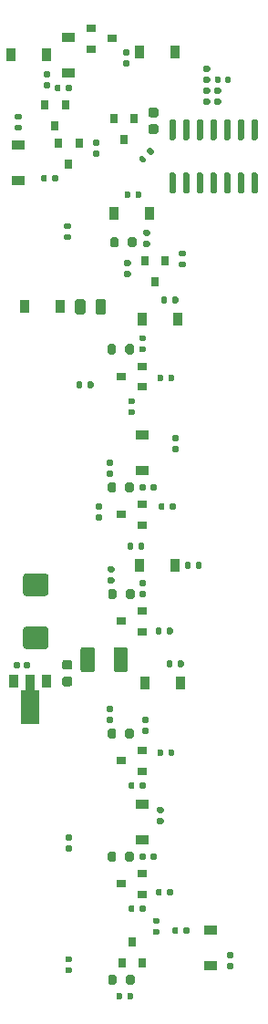
<source format=gtp>
G04 #@! TF.GenerationSoftware,KiCad,Pcbnew,(5.1.10)-1*
G04 #@! TF.CreationDate,2021-11-26T00:00:13+01:00*
G04 #@! TF.ProjectId,clockdiv,636c6f63-6b64-4697-962e-6b696361645f,rev?*
G04 #@! TF.SameCoordinates,Original*
G04 #@! TF.FileFunction,Paste,Top*
G04 #@! TF.FilePolarity,Positive*
%FSLAX46Y46*%
G04 Gerber Fmt 4.6, Leading zero omitted, Abs format (unit mm)*
G04 Created by KiCad (PCBNEW (5.1.10)-1) date 2021-11-26 00:00:13*
%MOMM*%
%LPD*%
G01*
G04 APERTURE LIST*
%ADD10R,1.200000X0.900000*%
%ADD11R,0.900000X1.200000*%
%ADD12C,0.100000*%
%ADD13R,0.900000X1.300000*%
%ADD14R,0.800000X0.900000*%
%ADD15R,0.900000X0.800000*%
G04 APERTURE END LIST*
G04 #@! TO.C,C3*
G36*
G01*
X109754000Y-136482000D02*
X109754000Y-136822000D01*
G75*
G02*
X109614000Y-136962000I-140000J0D01*
G01*
X109334000Y-136962000D01*
G75*
G02*
X109194000Y-136822000I0J140000D01*
G01*
X109194000Y-136482000D01*
G75*
G02*
X109334000Y-136342000I140000J0D01*
G01*
X109614000Y-136342000D01*
G75*
G02*
X109754000Y-136482000I0J-140000D01*
G01*
G37*
G36*
G01*
X110714000Y-136482000D02*
X110714000Y-136822000D01*
G75*
G02*
X110574000Y-136962000I-140000J0D01*
G01*
X110294000Y-136962000D01*
G75*
G02*
X110154000Y-136822000I0J140000D01*
G01*
X110154000Y-136482000D01*
G75*
G02*
X110294000Y-136342000I140000J0D01*
G01*
X110574000Y-136342000D01*
G75*
G02*
X110714000Y-136482000I0J-140000D01*
G01*
G37*
G04 #@! TD*
G04 #@! TO.C,C1*
G36*
G01*
X128823000Y-82466000D02*
X128823000Y-82126000D01*
G75*
G02*
X128963000Y-81986000I140000J0D01*
G01*
X129243000Y-81986000D01*
G75*
G02*
X129383000Y-82126000I0J-140000D01*
G01*
X129383000Y-82466000D01*
G75*
G02*
X129243000Y-82606000I-140000J0D01*
G01*
X128963000Y-82606000D01*
G75*
G02*
X128823000Y-82466000I0J140000D01*
G01*
G37*
G36*
G01*
X127863000Y-82466000D02*
X127863000Y-82126000D01*
G75*
G02*
X128003000Y-81986000I140000J0D01*
G01*
X128283000Y-81986000D01*
G75*
G02*
X128423000Y-82126000I0J-140000D01*
G01*
X128423000Y-82466000D01*
G75*
G02*
X128283000Y-82606000I-140000J0D01*
G01*
X128003000Y-82606000D01*
G75*
G02*
X127863000Y-82466000I0J140000D01*
G01*
G37*
G04 #@! TD*
G04 #@! TO.C,R52*
G36*
G01*
X119267000Y-167201000D02*
X119267000Y-167571000D01*
G75*
G02*
X119132000Y-167706000I-135000J0D01*
G01*
X118862000Y-167706000D01*
G75*
G02*
X118727000Y-167571000I0J135000D01*
G01*
X118727000Y-167201000D01*
G75*
G02*
X118862000Y-167066000I135000J0D01*
G01*
X119132000Y-167066000D01*
G75*
G02*
X119267000Y-167201000I0J-135000D01*
G01*
G37*
G36*
G01*
X120287000Y-167201000D02*
X120287000Y-167571000D01*
G75*
G02*
X120152000Y-167706000I-135000J0D01*
G01*
X119882000Y-167706000D01*
G75*
G02*
X119747000Y-167571000I0J135000D01*
G01*
X119747000Y-167201000D01*
G75*
G02*
X119882000Y-167066000I135000J0D01*
G01*
X120152000Y-167066000D01*
G75*
G02*
X120287000Y-167201000I0J-135000D01*
G01*
G37*
G04 #@! TD*
G04 #@! TO.C,R51*
G36*
G01*
X120890000Y-159443000D02*
X120890000Y-159073000D01*
G75*
G02*
X121025000Y-158938000I135000J0D01*
G01*
X121295000Y-158938000D01*
G75*
G02*
X121430000Y-159073000I0J-135000D01*
G01*
X121430000Y-159443000D01*
G75*
G02*
X121295000Y-159578000I-135000J0D01*
G01*
X121025000Y-159578000D01*
G75*
G02*
X120890000Y-159443000I0J135000D01*
G01*
G37*
G36*
G01*
X119870000Y-159443000D02*
X119870000Y-159073000D01*
G75*
G02*
X120005000Y-158938000I135000J0D01*
G01*
X120275000Y-158938000D01*
G75*
G02*
X120410000Y-159073000I0J-135000D01*
G01*
X120410000Y-159443000D01*
G75*
G02*
X120275000Y-159578000I-135000J0D01*
G01*
X120005000Y-159578000D01*
G75*
G02*
X119870000Y-159443000I0J135000D01*
G01*
G37*
G04 #@! TD*
G04 #@! TO.C,R50*
G36*
G01*
X120888000Y-148013000D02*
X120888000Y-147643000D01*
G75*
G02*
X121023000Y-147508000I135000J0D01*
G01*
X121293000Y-147508000D01*
G75*
G02*
X121428000Y-147643000I0J-135000D01*
G01*
X121428000Y-148013000D01*
G75*
G02*
X121293000Y-148148000I-135000J0D01*
G01*
X121023000Y-148148000D01*
G75*
G02*
X120888000Y-148013000I0J135000D01*
G01*
G37*
G36*
G01*
X119868000Y-148013000D02*
X119868000Y-147643000D01*
G75*
G02*
X120003000Y-147508000I135000J0D01*
G01*
X120273000Y-147508000D01*
G75*
G02*
X120408000Y-147643000I0J-135000D01*
G01*
X120408000Y-148013000D01*
G75*
G02*
X120273000Y-148148000I-135000J0D01*
G01*
X120003000Y-148148000D01*
G75*
G02*
X119868000Y-148013000I0J135000D01*
G01*
G37*
G04 #@! TD*
G04 #@! TO.C,R49*
G36*
G01*
X120763000Y-125788000D02*
X120763000Y-125418000D01*
G75*
G02*
X120898000Y-125283000I135000J0D01*
G01*
X121168000Y-125283000D01*
G75*
G02*
X121303000Y-125418000I0J-135000D01*
G01*
X121303000Y-125788000D01*
G75*
G02*
X121168000Y-125923000I-135000J0D01*
G01*
X120898000Y-125923000D01*
G75*
G02*
X120763000Y-125788000I0J135000D01*
G01*
G37*
G36*
G01*
X119743000Y-125788000D02*
X119743000Y-125418000D01*
G75*
G02*
X119878000Y-125283000I135000J0D01*
G01*
X120148000Y-125283000D01*
G75*
G02*
X120283000Y-125418000I0J-135000D01*
G01*
X120283000Y-125788000D01*
G75*
G02*
X120148000Y-125923000I-135000J0D01*
G01*
X119878000Y-125923000D01*
G75*
G02*
X119743000Y-125788000I0J135000D01*
G01*
G37*
G04 #@! TD*
G04 #@! TO.C,R48*
G36*
G01*
X119957000Y-112889000D02*
X120327000Y-112889000D01*
G75*
G02*
X120462000Y-113024000I0J-135000D01*
G01*
X120462000Y-113294000D01*
G75*
G02*
X120327000Y-113429000I-135000J0D01*
G01*
X119957000Y-113429000D01*
G75*
G02*
X119822000Y-113294000I0J135000D01*
G01*
X119822000Y-113024000D01*
G75*
G02*
X119957000Y-112889000I135000J0D01*
G01*
G37*
G36*
G01*
X119957000Y-111869000D02*
X120327000Y-111869000D01*
G75*
G02*
X120462000Y-112004000I0J-135000D01*
G01*
X120462000Y-112274000D01*
G75*
G02*
X120327000Y-112409000I-135000J0D01*
G01*
X119957000Y-112409000D01*
G75*
G02*
X119822000Y-112274000I0J135000D01*
G01*
X119822000Y-112004000D01*
G75*
G02*
X119957000Y-111869000I135000J0D01*
G01*
G37*
G04 #@! TD*
G04 #@! TO.C,R47*
G36*
G01*
X116909000Y-122670000D02*
X117279000Y-122670000D01*
G75*
G02*
X117414000Y-122805000I0J-135000D01*
G01*
X117414000Y-123075000D01*
G75*
G02*
X117279000Y-123210000I-135000J0D01*
G01*
X116909000Y-123210000D01*
G75*
G02*
X116774000Y-123075000I0J135000D01*
G01*
X116774000Y-122805000D01*
G75*
G02*
X116909000Y-122670000I135000J0D01*
G01*
G37*
G36*
G01*
X116909000Y-121650000D02*
X117279000Y-121650000D01*
G75*
G02*
X117414000Y-121785000I0J-135000D01*
G01*
X117414000Y-122055000D01*
G75*
G02*
X117279000Y-122190000I-135000J0D01*
G01*
X116909000Y-122190000D01*
G75*
G02*
X116774000Y-122055000I0J135000D01*
G01*
X116774000Y-121785000D01*
G75*
G02*
X116909000Y-121650000I135000J0D01*
G01*
G37*
G04 #@! TD*
G04 #@! TO.C,R46*
G36*
G01*
X119576000Y-100062000D02*
X119946000Y-100062000D01*
G75*
G02*
X120081000Y-100197000I0J-135000D01*
G01*
X120081000Y-100467000D01*
G75*
G02*
X119946000Y-100602000I-135000J0D01*
G01*
X119576000Y-100602000D01*
G75*
G02*
X119441000Y-100467000I0J135000D01*
G01*
X119441000Y-100197000D01*
G75*
G02*
X119576000Y-100062000I135000J0D01*
G01*
G37*
G36*
G01*
X119576000Y-99042000D02*
X119946000Y-99042000D01*
G75*
G02*
X120081000Y-99177000I0J-135000D01*
G01*
X120081000Y-99447000D01*
G75*
G02*
X119946000Y-99582000I-135000J0D01*
G01*
X119576000Y-99582000D01*
G75*
G02*
X119441000Y-99447000I0J135000D01*
G01*
X119441000Y-99177000D01*
G75*
G02*
X119576000Y-99042000I135000J0D01*
G01*
G37*
G04 #@! TD*
G04 #@! TO.C,R45*
G36*
G01*
X114115000Y-164705000D02*
X114485000Y-164705000D01*
G75*
G02*
X114620000Y-164840000I0J-135000D01*
G01*
X114620000Y-165110000D01*
G75*
G02*
X114485000Y-165245000I-135000J0D01*
G01*
X114115000Y-165245000D01*
G75*
G02*
X113980000Y-165110000I0J135000D01*
G01*
X113980000Y-164840000D01*
G75*
G02*
X114115000Y-164705000I135000J0D01*
G01*
G37*
G36*
G01*
X114115000Y-163685000D02*
X114485000Y-163685000D01*
G75*
G02*
X114620000Y-163820000I0J-135000D01*
G01*
X114620000Y-164090000D01*
G75*
G02*
X114485000Y-164225000I-135000J0D01*
G01*
X114115000Y-164225000D01*
G75*
G02*
X113980000Y-164090000I0J135000D01*
G01*
X113980000Y-163820000D01*
G75*
G02*
X114115000Y-163685000I135000J0D01*
G01*
G37*
G04 #@! TD*
G04 #@! TO.C,R44*
G36*
G01*
X129471000Y-163844000D02*
X129101000Y-163844000D01*
G75*
G02*
X128966000Y-163709000I0J135000D01*
G01*
X128966000Y-163439000D01*
G75*
G02*
X129101000Y-163304000I135000J0D01*
G01*
X129471000Y-163304000D01*
G75*
G02*
X129606000Y-163439000I0J-135000D01*
G01*
X129606000Y-163709000D01*
G75*
G02*
X129471000Y-163844000I-135000J0D01*
G01*
G37*
G36*
G01*
X129471000Y-164864000D02*
X129101000Y-164864000D01*
G75*
G02*
X128966000Y-164729000I0J135000D01*
G01*
X128966000Y-164459000D01*
G75*
G02*
X129101000Y-164324000I135000J0D01*
G01*
X129471000Y-164324000D01*
G75*
G02*
X129606000Y-164459000I0J-135000D01*
G01*
X129606000Y-164729000D01*
G75*
G02*
X129471000Y-164864000I-135000J0D01*
G01*
G37*
G04 #@! TD*
G04 #@! TO.C,R43*
G36*
G01*
X114115000Y-153402000D02*
X114485000Y-153402000D01*
G75*
G02*
X114620000Y-153537000I0J-135000D01*
G01*
X114620000Y-153807000D01*
G75*
G02*
X114485000Y-153942000I-135000J0D01*
G01*
X114115000Y-153942000D01*
G75*
G02*
X113980000Y-153807000I0J135000D01*
G01*
X113980000Y-153537000D01*
G75*
G02*
X114115000Y-153402000I135000J0D01*
G01*
G37*
G36*
G01*
X114115000Y-152382000D02*
X114485000Y-152382000D01*
G75*
G02*
X114620000Y-152517000I0J-135000D01*
G01*
X114620000Y-152787000D01*
G75*
G02*
X114485000Y-152922000I-135000J0D01*
G01*
X114115000Y-152922000D01*
G75*
G02*
X113980000Y-152787000I0J135000D01*
G01*
X113980000Y-152517000D01*
G75*
G02*
X114115000Y-152382000I135000J0D01*
G01*
G37*
G04 #@! TD*
G04 #@! TO.C,R42*
G36*
G01*
X122994000Y-150380000D02*
X122624000Y-150380000D01*
G75*
G02*
X122489000Y-150245000I0J135000D01*
G01*
X122489000Y-149975000D01*
G75*
G02*
X122624000Y-149840000I135000J0D01*
G01*
X122994000Y-149840000D01*
G75*
G02*
X123129000Y-149975000I0J-135000D01*
G01*
X123129000Y-150245000D01*
G75*
G02*
X122994000Y-150380000I-135000J0D01*
G01*
G37*
G36*
G01*
X122994000Y-151400000D02*
X122624000Y-151400000D01*
G75*
G02*
X122489000Y-151265000I0J135000D01*
G01*
X122489000Y-150995000D01*
G75*
G02*
X122624000Y-150860000I135000J0D01*
G01*
X122994000Y-150860000D01*
G75*
G02*
X123129000Y-150995000I0J-135000D01*
G01*
X123129000Y-151265000D01*
G75*
G02*
X122994000Y-151400000I-135000J0D01*
G01*
G37*
G04 #@! TD*
G04 #@! TO.C,R41*
G36*
G01*
X117925000Y-141464000D02*
X118295000Y-141464000D01*
G75*
G02*
X118430000Y-141599000I0J-135000D01*
G01*
X118430000Y-141869000D01*
G75*
G02*
X118295000Y-142004000I-135000J0D01*
G01*
X117925000Y-142004000D01*
G75*
G02*
X117790000Y-141869000I0J135000D01*
G01*
X117790000Y-141599000D01*
G75*
G02*
X117925000Y-141464000I135000J0D01*
G01*
G37*
G36*
G01*
X117925000Y-140444000D02*
X118295000Y-140444000D01*
G75*
G02*
X118430000Y-140579000I0J-135000D01*
G01*
X118430000Y-140849000D01*
G75*
G02*
X118295000Y-140984000I-135000J0D01*
G01*
X117925000Y-140984000D01*
G75*
G02*
X117790000Y-140849000I0J135000D01*
G01*
X117790000Y-140579000D01*
G75*
G02*
X117925000Y-140444000I135000J0D01*
G01*
G37*
G04 #@! TD*
G04 #@! TO.C,R40*
G36*
G01*
X123966000Y-136340000D02*
X123966000Y-136710000D01*
G75*
G02*
X123831000Y-136845000I-135000J0D01*
G01*
X123561000Y-136845000D01*
G75*
G02*
X123426000Y-136710000I0J135000D01*
G01*
X123426000Y-136340000D01*
G75*
G02*
X123561000Y-136205000I135000J0D01*
G01*
X123831000Y-136205000D01*
G75*
G02*
X123966000Y-136340000I0J-135000D01*
G01*
G37*
G36*
G01*
X124986000Y-136340000D02*
X124986000Y-136710000D01*
G75*
G02*
X124851000Y-136845000I-135000J0D01*
G01*
X124581000Y-136845000D01*
G75*
G02*
X124446000Y-136710000I0J135000D01*
G01*
X124446000Y-136340000D01*
G75*
G02*
X124581000Y-136205000I135000J0D01*
G01*
X124851000Y-136205000D01*
G75*
G02*
X124986000Y-136340000I0J-135000D01*
G01*
G37*
G04 #@! TD*
G04 #@! TO.C,R39*
G36*
G01*
X118052000Y-128508000D02*
X118422000Y-128508000D01*
G75*
G02*
X118557000Y-128643000I0J-135000D01*
G01*
X118557000Y-128913000D01*
G75*
G02*
X118422000Y-129048000I-135000J0D01*
G01*
X118052000Y-129048000D01*
G75*
G02*
X117917000Y-128913000I0J135000D01*
G01*
X117917000Y-128643000D01*
G75*
G02*
X118052000Y-128508000I135000J0D01*
G01*
G37*
G36*
G01*
X118052000Y-127488000D02*
X118422000Y-127488000D01*
G75*
G02*
X118557000Y-127623000I0J-135000D01*
G01*
X118557000Y-127893000D01*
G75*
G02*
X118422000Y-128028000I-135000J0D01*
G01*
X118052000Y-128028000D01*
G75*
G02*
X117917000Y-127893000I0J135000D01*
G01*
X117917000Y-127623000D01*
G75*
G02*
X118052000Y-127488000I135000J0D01*
G01*
G37*
G04 #@! TD*
G04 #@! TO.C,R38*
G36*
G01*
X126097000Y-127566000D02*
X126097000Y-127196000D01*
G75*
G02*
X126232000Y-127061000I135000J0D01*
G01*
X126502000Y-127061000D01*
G75*
G02*
X126637000Y-127196000I0J-135000D01*
G01*
X126637000Y-127566000D01*
G75*
G02*
X126502000Y-127701000I-135000J0D01*
G01*
X126232000Y-127701000D01*
G75*
G02*
X126097000Y-127566000I0J135000D01*
G01*
G37*
G36*
G01*
X125077000Y-127566000D02*
X125077000Y-127196000D01*
G75*
G02*
X125212000Y-127061000I135000J0D01*
G01*
X125482000Y-127061000D01*
G75*
G02*
X125617000Y-127196000I0J-135000D01*
G01*
X125617000Y-127566000D01*
G75*
G02*
X125482000Y-127701000I-135000J0D01*
G01*
X125212000Y-127701000D01*
G75*
G02*
X125077000Y-127566000I0J135000D01*
G01*
G37*
G04 #@! TD*
G04 #@! TO.C,R37*
G36*
G01*
X116064000Y-110802000D02*
X116064000Y-110432000D01*
G75*
G02*
X116199000Y-110297000I135000J0D01*
G01*
X116469000Y-110297000D01*
G75*
G02*
X116604000Y-110432000I0J-135000D01*
G01*
X116604000Y-110802000D01*
G75*
G02*
X116469000Y-110937000I-135000J0D01*
G01*
X116199000Y-110937000D01*
G75*
G02*
X116064000Y-110802000I0J135000D01*
G01*
G37*
G36*
G01*
X115044000Y-110802000D02*
X115044000Y-110432000D01*
G75*
G02*
X115179000Y-110297000I135000J0D01*
G01*
X115449000Y-110297000D01*
G75*
G02*
X115584000Y-110432000I0J-135000D01*
G01*
X115584000Y-110802000D01*
G75*
G02*
X115449000Y-110937000I-135000J0D01*
G01*
X115179000Y-110937000D01*
G75*
G02*
X115044000Y-110802000I0J135000D01*
G01*
G37*
G04 #@! TD*
G04 #@! TO.C,R36*
G36*
G01*
X123456000Y-102558000D02*
X123456000Y-102928000D01*
G75*
G02*
X123321000Y-103063000I-135000J0D01*
G01*
X123051000Y-103063000D01*
G75*
G02*
X122916000Y-102928000I0J135000D01*
G01*
X122916000Y-102558000D01*
G75*
G02*
X123051000Y-102423000I135000J0D01*
G01*
X123321000Y-102423000D01*
G75*
G02*
X123456000Y-102558000I0J-135000D01*
G01*
G37*
G36*
G01*
X124476000Y-102558000D02*
X124476000Y-102928000D01*
G75*
G02*
X124341000Y-103063000I-135000J0D01*
G01*
X124071000Y-103063000D01*
G75*
G02*
X123936000Y-102928000I0J135000D01*
G01*
X123936000Y-102558000D01*
G75*
G02*
X124071000Y-102423000I135000J0D01*
G01*
X124341000Y-102423000D01*
G75*
G02*
X124476000Y-102558000I0J-135000D01*
G01*
G37*
G04 #@! TD*
G04 #@! TO.C,R35*
G36*
G01*
X117925000Y-118602000D02*
X118295000Y-118602000D01*
G75*
G02*
X118430000Y-118737000I0J-135000D01*
G01*
X118430000Y-119007000D01*
G75*
G02*
X118295000Y-119142000I-135000J0D01*
G01*
X117925000Y-119142000D01*
G75*
G02*
X117790000Y-119007000I0J135000D01*
G01*
X117790000Y-118737000D01*
G75*
G02*
X117925000Y-118602000I135000J0D01*
G01*
G37*
G36*
G01*
X117925000Y-117582000D02*
X118295000Y-117582000D01*
G75*
G02*
X118430000Y-117717000I0J-135000D01*
G01*
X118430000Y-117987000D01*
G75*
G02*
X118295000Y-118122000I-135000J0D01*
G01*
X117925000Y-118122000D01*
G75*
G02*
X117790000Y-117987000I0J135000D01*
G01*
X117790000Y-117717000D01*
G75*
G02*
X117925000Y-117582000I135000J0D01*
G01*
G37*
G04 #@! TD*
G04 #@! TO.C,R34*
G36*
G01*
X124391000Y-115836000D02*
X124021000Y-115836000D01*
G75*
G02*
X123886000Y-115701000I0J135000D01*
G01*
X123886000Y-115431000D01*
G75*
G02*
X124021000Y-115296000I135000J0D01*
G01*
X124391000Y-115296000D01*
G75*
G02*
X124526000Y-115431000I0J-135000D01*
G01*
X124526000Y-115701000D01*
G75*
G02*
X124391000Y-115836000I-135000J0D01*
G01*
G37*
G36*
G01*
X124391000Y-116856000D02*
X124021000Y-116856000D01*
G75*
G02*
X123886000Y-116721000I0J135000D01*
G01*
X123886000Y-116451000D01*
G75*
G02*
X124021000Y-116316000I135000J0D01*
G01*
X124391000Y-116316000D01*
G75*
G02*
X124526000Y-116451000I0J-135000D01*
G01*
X124526000Y-116721000D01*
G75*
G02*
X124391000Y-116856000I-135000J0D01*
G01*
G37*
G04 #@! TD*
G04 #@! TO.C,R33*
G36*
G01*
X113988000Y-95613000D02*
X114358000Y-95613000D01*
G75*
G02*
X114493000Y-95748000I0J-135000D01*
G01*
X114493000Y-96018000D01*
G75*
G02*
X114358000Y-96153000I-135000J0D01*
G01*
X113988000Y-96153000D01*
G75*
G02*
X113853000Y-96018000I0J135000D01*
G01*
X113853000Y-95748000D01*
G75*
G02*
X113988000Y-95613000I135000J0D01*
G01*
G37*
G36*
G01*
X113988000Y-96633000D02*
X114358000Y-96633000D01*
G75*
G02*
X114493000Y-96768000I0J-135000D01*
G01*
X114493000Y-97038000D01*
G75*
G02*
X114358000Y-97173000I-135000J0D01*
G01*
X113988000Y-97173000D01*
G75*
G02*
X113853000Y-97038000I0J135000D01*
G01*
X113853000Y-96768000D01*
G75*
G02*
X113988000Y-96633000I135000J0D01*
G01*
G37*
G04 #@! TD*
G04 #@! TO.C,R32*
G36*
G01*
X120027000Y-92779000D02*
X120027000Y-93149000D01*
G75*
G02*
X119892000Y-93284000I-135000J0D01*
G01*
X119622000Y-93284000D01*
G75*
G02*
X119487000Y-93149000I0J135000D01*
G01*
X119487000Y-92779000D01*
G75*
G02*
X119622000Y-92644000I135000J0D01*
G01*
X119892000Y-92644000D01*
G75*
G02*
X120027000Y-92779000I0J-135000D01*
G01*
G37*
G36*
G01*
X121047000Y-92779000D02*
X121047000Y-93149000D01*
G75*
G02*
X120912000Y-93284000I-135000J0D01*
G01*
X120642000Y-93284000D01*
G75*
G02*
X120507000Y-93149000I0J135000D01*
G01*
X120507000Y-92779000D01*
G75*
G02*
X120642000Y-92644000I135000J0D01*
G01*
X120912000Y-92644000D01*
G75*
G02*
X121047000Y-92779000I0J-135000D01*
G01*
G37*
G04 #@! TD*
D10*
G04 #@! TO.C,D19*
X127508000Y-161291000D03*
X127508000Y-164591000D03*
G04 #@! TD*
G04 #@! TO.C,D18*
X121158000Y-152907000D03*
X121158000Y-149607000D03*
G04 #@! TD*
D11*
G04 #@! TO.C,D17*
X121412000Y-138303000D03*
X124712000Y-138303000D03*
G04 #@! TD*
G04 #@! TO.C,D16*
X120905000Y-127381000D03*
X124205000Y-127381000D03*
G04 #@! TD*
G04 #@! TO.C,D15*
X121158000Y-104521000D03*
X124458000Y-104521000D03*
G04 #@! TD*
D10*
G04 #@! TO.C,D14*
X121158000Y-118618000D03*
X121158000Y-115318000D03*
G04 #@! TD*
D11*
G04 #@! TO.C,D13*
X118492000Y-94742000D03*
X121792000Y-94742000D03*
G04 #@! TD*
D12*
G04 #@! TO.C,U2*
G36*
X109853500Y-142126000D02*
G01*
X109853500Y-139001000D01*
X110270000Y-139001000D01*
X110270000Y-137526000D01*
X111170000Y-137526000D01*
X111170000Y-139001000D01*
X111586500Y-139001000D01*
X111586500Y-142126000D01*
X109853500Y-142126000D01*
G37*
D13*
X109220000Y-138176000D03*
X112220000Y-138176000D03*
G04 #@! TD*
G04 #@! TO.C,C7*
G36*
G01*
X113923000Y-137726000D02*
X114423000Y-137726000D01*
G75*
G02*
X114648000Y-137951000I0J-225000D01*
G01*
X114648000Y-138401000D01*
G75*
G02*
X114423000Y-138626000I-225000J0D01*
G01*
X113923000Y-138626000D01*
G75*
G02*
X113698000Y-138401000I0J225000D01*
G01*
X113698000Y-137951000D01*
G75*
G02*
X113923000Y-137726000I225000J0D01*
G01*
G37*
G36*
G01*
X113923000Y-136176000D02*
X114423000Y-136176000D01*
G75*
G02*
X114648000Y-136401000I0J-225000D01*
G01*
X114648000Y-136851000D01*
G75*
G02*
X114423000Y-137076000I-225000J0D01*
G01*
X113923000Y-137076000D01*
G75*
G02*
X113698000Y-136851000I0J225000D01*
G01*
X113698000Y-136401000D01*
G75*
G02*
X113923000Y-136176000I225000J0D01*
G01*
G37*
G04 #@! TD*
G04 #@! TO.C,R22*
G36*
G01*
X122950000Y-133292000D02*
X122950000Y-133662000D01*
G75*
G02*
X122815000Y-133797000I-135000J0D01*
G01*
X122545000Y-133797000D01*
G75*
G02*
X122410000Y-133662000I0J135000D01*
G01*
X122410000Y-133292000D01*
G75*
G02*
X122545000Y-133157000I135000J0D01*
G01*
X122815000Y-133157000D01*
G75*
G02*
X122950000Y-133292000I0J-135000D01*
G01*
G37*
G36*
G01*
X123970000Y-133292000D02*
X123970000Y-133662000D01*
G75*
G02*
X123835000Y-133797000I-135000J0D01*
G01*
X123565000Y-133797000D01*
G75*
G02*
X123430000Y-133662000I0J135000D01*
G01*
X123430000Y-133292000D01*
G75*
G02*
X123565000Y-133157000I135000J0D01*
G01*
X123835000Y-133157000D01*
G75*
G02*
X123970000Y-133292000I0J-135000D01*
G01*
G37*
G04 #@! TD*
G04 #@! TO.C,R31*
G36*
G01*
X118764000Y-165587000D02*
X118764000Y-166137000D01*
G75*
G02*
X118564000Y-166337000I-200000J0D01*
G01*
X118164000Y-166337000D01*
G75*
G02*
X117964000Y-166137000I0J200000D01*
G01*
X117964000Y-165587000D01*
G75*
G02*
X118164000Y-165387000I200000J0D01*
G01*
X118564000Y-165387000D01*
G75*
G02*
X118764000Y-165587000I0J-200000D01*
G01*
G37*
G36*
G01*
X120414000Y-165587000D02*
X120414000Y-166137000D01*
G75*
G02*
X120214000Y-166337000I-200000J0D01*
G01*
X119814000Y-166337000D01*
G75*
G02*
X119614000Y-166137000I0J200000D01*
G01*
X119614000Y-165587000D01*
G75*
G02*
X119814000Y-165387000I200000J0D01*
G01*
X120214000Y-165387000D01*
G75*
G02*
X120414000Y-165587000I0J-200000D01*
G01*
G37*
G04 #@! TD*
G04 #@! TO.C,R30*
G36*
G01*
X118701000Y-154157000D02*
X118701000Y-154707000D01*
G75*
G02*
X118501000Y-154907000I-200000J0D01*
G01*
X118101000Y-154907000D01*
G75*
G02*
X117901000Y-154707000I0J200000D01*
G01*
X117901000Y-154157000D01*
G75*
G02*
X118101000Y-153957000I200000J0D01*
G01*
X118501000Y-153957000D01*
G75*
G02*
X118701000Y-154157000I0J-200000D01*
G01*
G37*
G36*
G01*
X120351000Y-154157000D02*
X120351000Y-154707000D01*
G75*
G02*
X120151000Y-154907000I-200000J0D01*
G01*
X119751000Y-154907000D01*
G75*
G02*
X119551000Y-154707000I0J200000D01*
G01*
X119551000Y-154157000D01*
G75*
G02*
X119751000Y-153957000I200000J0D01*
G01*
X120151000Y-153957000D01*
G75*
G02*
X120351000Y-154157000I0J-200000D01*
G01*
G37*
G04 #@! TD*
G04 #@! TO.C,R27*
G36*
G01*
X118701000Y-142727000D02*
X118701000Y-143277000D01*
G75*
G02*
X118501000Y-143477000I-200000J0D01*
G01*
X118101000Y-143477000D01*
G75*
G02*
X117901000Y-143277000I0J200000D01*
G01*
X117901000Y-142727000D01*
G75*
G02*
X118101000Y-142527000I200000J0D01*
G01*
X118501000Y-142527000D01*
G75*
G02*
X118701000Y-142727000I0J-200000D01*
G01*
G37*
G36*
G01*
X120351000Y-142727000D02*
X120351000Y-143277000D01*
G75*
G02*
X120151000Y-143477000I-200000J0D01*
G01*
X119751000Y-143477000D01*
G75*
G02*
X119551000Y-143277000I0J200000D01*
G01*
X119551000Y-142727000D01*
G75*
G02*
X119751000Y-142527000I200000J0D01*
G01*
X120151000Y-142527000D01*
G75*
G02*
X120351000Y-142727000I0J-200000D01*
G01*
G37*
G04 #@! TD*
G04 #@! TO.C,R24*
G36*
G01*
X118764000Y-129773000D02*
X118764000Y-130323000D01*
G75*
G02*
X118564000Y-130523000I-200000J0D01*
G01*
X118164000Y-130523000D01*
G75*
G02*
X117964000Y-130323000I0J200000D01*
G01*
X117964000Y-129773000D01*
G75*
G02*
X118164000Y-129573000I200000J0D01*
G01*
X118564000Y-129573000D01*
G75*
G02*
X118764000Y-129773000I0J-200000D01*
G01*
G37*
G36*
G01*
X120414000Y-129773000D02*
X120414000Y-130323000D01*
G75*
G02*
X120214000Y-130523000I-200000J0D01*
G01*
X119814000Y-130523000D01*
G75*
G02*
X119614000Y-130323000I0J200000D01*
G01*
X119614000Y-129773000D01*
G75*
G02*
X119814000Y-129573000I200000J0D01*
G01*
X120214000Y-129573000D01*
G75*
G02*
X120414000Y-129773000I0J-200000D01*
G01*
G37*
G04 #@! TD*
G04 #@! TO.C,R21*
G36*
G01*
X118701000Y-107040000D02*
X118701000Y-107590000D01*
G75*
G02*
X118501000Y-107790000I-200000J0D01*
G01*
X118101000Y-107790000D01*
G75*
G02*
X117901000Y-107590000I0J200000D01*
G01*
X117901000Y-107040000D01*
G75*
G02*
X118101000Y-106840000I200000J0D01*
G01*
X118501000Y-106840000D01*
G75*
G02*
X118701000Y-107040000I0J-200000D01*
G01*
G37*
G36*
G01*
X120351000Y-107040000D02*
X120351000Y-107590000D01*
G75*
G02*
X120151000Y-107790000I-200000J0D01*
G01*
X119751000Y-107790000D01*
G75*
G02*
X119551000Y-107590000I0J200000D01*
G01*
X119551000Y-107040000D01*
G75*
G02*
X119751000Y-106840000I200000J0D01*
G01*
X120151000Y-106840000D01*
G75*
G02*
X120351000Y-107040000I0J-200000D01*
G01*
G37*
G04 #@! TD*
G04 #@! TO.C,R18*
G36*
G01*
X118701000Y-119867000D02*
X118701000Y-120417000D01*
G75*
G02*
X118501000Y-120617000I-200000J0D01*
G01*
X118101000Y-120617000D01*
G75*
G02*
X117901000Y-120417000I0J200000D01*
G01*
X117901000Y-119867000D01*
G75*
G02*
X118101000Y-119667000I200000J0D01*
G01*
X118501000Y-119667000D01*
G75*
G02*
X118701000Y-119867000I0J-200000D01*
G01*
G37*
G36*
G01*
X120351000Y-119867000D02*
X120351000Y-120417000D01*
G75*
G02*
X120151000Y-120617000I-200000J0D01*
G01*
X119751000Y-120617000D01*
G75*
G02*
X119551000Y-120417000I0J200000D01*
G01*
X119551000Y-119867000D01*
G75*
G02*
X119751000Y-119667000I200000J0D01*
G01*
X120151000Y-119667000D01*
G75*
G02*
X120351000Y-119867000I0J-200000D01*
G01*
G37*
G04 #@! TD*
G04 #@! TO.C,R15*
G36*
G01*
X118942800Y-97108600D02*
X118942800Y-97658600D01*
G75*
G02*
X118742800Y-97858600I-200000J0D01*
G01*
X118342800Y-97858600D01*
G75*
G02*
X118142800Y-97658600I0J200000D01*
G01*
X118142800Y-97108600D01*
G75*
G02*
X118342800Y-96908600I200000J0D01*
G01*
X118742800Y-96908600D01*
G75*
G02*
X118942800Y-97108600I0J-200000D01*
G01*
G37*
G36*
G01*
X120592800Y-97108600D02*
X120592800Y-97658600D01*
G75*
G02*
X120392800Y-97858600I-200000J0D01*
G01*
X119992800Y-97858600D01*
G75*
G02*
X119792800Y-97658600I0J200000D01*
G01*
X119792800Y-97108600D01*
G75*
G02*
X119992800Y-96908600I200000J0D01*
G01*
X120392800Y-96908600D01*
G75*
G02*
X120592800Y-97108600I0J-200000D01*
G01*
G37*
G04 #@! TD*
G04 #@! TO.C,R8*
G36*
G01*
X121218104Y-89340267D02*
X121479733Y-89601896D01*
G75*
G02*
X121479733Y-89792814I-95459J-95459D01*
G01*
X121288814Y-89983733D01*
G75*
G02*
X121097896Y-89983733I-95459J95459D01*
G01*
X120836267Y-89722104D01*
G75*
G02*
X120836267Y-89531186I95459J95459D01*
G01*
X121027186Y-89340267D01*
G75*
G02*
X121218104Y-89340267I95459J-95459D01*
G01*
G37*
G36*
G01*
X121939352Y-88619019D02*
X122200981Y-88880648D01*
G75*
G02*
X122200981Y-89071566I-95459J-95459D01*
G01*
X122010062Y-89262485D01*
G75*
G02*
X121819144Y-89262485I-95459J95459D01*
G01*
X121557515Y-89000856D01*
G75*
G02*
X121557515Y-88809938I95459J95459D01*
G01*
X121748434Y-88619019D01*
G75*
G02*
X121939352Y-88619019I95459J-95459D01*
G01*
G37*
G04 #@! TD*
G04 #@! TO.C,C6*
G36*
G01*
X116727000Y-135218997D02*
X116727000Y-137069003D01*
G75*
G02*
X116477003Y-137319000I-249997J0D01*
G01*
X115651997Y-137319000D01*
G75*
G02*
X115402000Y-137069003I0J249997D01*
G01*
X115402000Y-135218997D01*
G75*
G02*
X115651997Y-134969000I249997J0D01*
G01*
X116477003Y-134969000D01*
G75*
G02*
X116727000Y-135218997I0J-249997D01*
G01*
G37*
G36*
G01*
X119802000Y-135218997D02*
X119802000Y-137069003D01*
G75*
G02*
X119552003Y-137319000I-249997J0D01*
G01*
X118726997Y-137319000D01*
G75*
G02*
X118477000Y-137069003I0J249997D01*
G01*
X118477000Y-135218997D01*
G75*
G02*
X118726997Y-134969000I249997J0D01*
G01*
X119552003Y-134969000D01*
G75*
G02*
X119802000Y-135218997I0J-249997D01*
G01*
G37*
G04 #@! TD*
G04 #@! TO.C,C5*
G36*
G01*
X112177000Y-130224500D02*
X110327000Y-130224500D01*
G75*
G02*
X110077000Y-129974500I0J250000D01*
G01*
X110077000Y-128399500D01*
G75*
G02*
X110327000Y-128149500I250000J0D01*
G01*
X112177000Y-128149500D01*
G75*
G02*
X112427000Y-128399500I0J-250000D01*
G01*
X112427000Y-129974500D01*
G75*
G02*
X112177000Y-130224500I-250000J0D01*
G01*
G37*
G36*
G01*
X112177000Y-135149500D02*
X110327000Y-135149500D01*
G75*
G02*
X110077000Y-134899500I0J250000D01*
G01*
X110077000Y-133324500D01*
G75*
G02*
X110327000Y-133074500I250000J0D01*
G01*
X112177000Y-133074500D01*
G75*
G02*
X112427000Y-133324500I0J-250000D01*
G01*
X112427000Y-134899500D01*
G75*
G02*
X112177000Y-135149500I-250000J0D01*
G01*
G37*
G04 #@! TD*
G04 #@! TO.C,R12*
G36*
G01*
X124954000Y-161475000D02*
X124954000Y-161105000D01*
G75*
G02*
X125089000Y-160970000I135000J0D01*
G01*
X125359000Y-160970000D01*
G75*
G02*
X125494000Y-161105000I0J-135000D01*
G01*
X125494000Y-161475000D01*
G75*
G02*
X125359000Y-161610000I-135000J0D01*
G01*
X125089000Y-161610000D01*
G75*
G02*
X124954000Y-161475000I0J135000D01*
G01*
G37*
G36*
G01*
X123934000Y-161475000D02*
X123934000Y-161105000D01*
G75*
G02*
X124069000Y-160970000I135000J0D01*
G01*
X124339000Y-160970000D01*
G75*
G02*
X124474000Y-161105000I0J-135000D01*
G01*
X124474000Y-161475000D01*
G75*
G02*
X124339000Y-161610000I-135000J0D01*
G01*
X124069000Y-161610000D01*
G75*
G02*
X123934000Y-161475000I0J135000D01*
G01*
G37*
G04 #@! TD*
G04 #@! TO.C,R10*
G36*
G01*
X122243000Y-161147000D02*
X122613000Y-161147000D01*
G75*
G02*
X122748000Y-161282000I0J-135000D01*
G01*
X122748000Y-161552000D01*
G75*
G02*
X122613000Y-161687000I-135000J0D01*
G01*
X122243000Y-161687000D01*
G75*
G02*
X122108000Y-161552000I0J135000D01*
G01*
X122108000Y-161282000D01*
G75*
G02*
X122243000Y-161147000I135000J0D01*
G01*
G37*
G36*
G01*
X122243000Y-160127000D02*
X122613000Y-160127000D01*
G75*
G02*
X122748000Y-160262000I0J-135000D01*
G01*
X122748000Y-160532000D01*
G75*
G02*
X122613000Y-160667000I-135000J0D01*
G01*
X122243000Y-160667000D01*
G75*
G02*
X122108000Y-160532000I0J135000D01*
G01*
X122108000Y-160262000D01*
G75*
G02*
X122243000Y-160127000I135000J0D01*
G01*
G37*
G04 #@! TD*
D14*
G04 #@! TO.C,Q5*
X120208000Y-162322000D03*
X121158000Y-164322000D03*
X119258000Y-164322000D03*
G04 #@! TD*
G04 #@! TO.C,U1*
G36*
G01*
X124102000Y-87908000D02*
X123802000Y-87908000D01*
G75*
G02*
X123652000Y-87758000I0J150000D01*
G01*
X123652000Y-86108000D01*
G75*
G02*
X123802000Y-85958000I150000J0D01*
G01*
X124102000Y-85958000D01*
G75*
G02*
X124252000Y-86108000I0J-150000D01*
G01*
X124252000Y-87758000D01*
G75*
G02*
X124102000Y-87908000I-150000J0D01*
G01*
G37*
G36*
G01*
X125372000Y-87908000D02*
X125072000Y-87908000D01*
G75*
G02*
X124922000Y-87758000I0J150000D01*
G01*
X124922000Y-86108000D01*
G75*
G02*
X125072000Y-85958000I150000J0D01*
G01*
X125372000Y-85958000D01*
G75*
G02*
X125522000Y-86108000I0J-150000D01*
G01*
X125522000Y-87758000D01*
G75*
G02*
X125372000Y-87908000I-150000J0D01*
G01*
G37*
G36*
G01*
X126642000Y-87908000D02*
X126342000Y-87908000D01*
G75*
G02*
X126192000Y-87758000I0J150000D01*
G01*
X126192000Y-86108000D01*
G75*
G02*
X126342000Y-85958000I150000J0D01*
G01*
X126642000Y-85958000D01*
G75*
G02*
X126792000Y-86108000I0J-150000D01*
G01*
X126792000Y-87758000D01*
G75*
G02*
X126642000Y-87908000I-150000J0D01*
G01*
G37*
G36*
G01*
X127912000Y-87908000D02*
X127612000Y-87908000D01*
G75*
G02*
X127462000Y-87758000I0J150000D01*
G01*
X127462000Y-86108000D01*
G75*
G02*
X127612000Y-85958000I150000J0D01*
G01*
X127912000Y-85958000D01*
G75*
G02*
X128062000Y-86108000I0J-150000D01*
G01*
X128062000Y-87758000D01*
G75*
G02*
X127912000Y-87908000I-150000J0D01*
G01*
G37*
G36*
G01*
X129182000Y-87908000D02*
X128882000Y-87908000D01*
G75*
G02*
X128732000Y-87758000I0J150000D01*
G01*
X128732000Y-86108000D01*
G75*
G02*
X128882000Y-85958000I150000J0D01*
G01*
X129182000Y-85958000D01*
G75*
G02*
X129332000Y-86108000I0J-150000D01*
G01*
X129332000Y-87758000D01*
G75*
G02*
X129182000Y-87908000I-150000J0D01*
G01*
G37*
G36*
G01*
X130452000Y-87908000D02*
X130152000Y-87908000D01*
G75*
G02*
X130002000Y-87758000I0J150000D01*
G01*
X130002000Y-86108000D01*
G75*
G02*
X130152000Y-85958000I150000J0D01*
G01*
X130452000Y-85958000D01*
G75*
G02*
X130602000Y-86108000I0J-150000D01*
G01*
X130602000Y-87758000D01*
G75*
G02*
X130452000Y-87908000I-150000J0D01*
G01*
G37*
G36*
G01*
X131722000Y-87908000D02*
X131422000Y-87908000D01*
G75*
G02*
X131272000Y-87758000I0J150000D01*
G01*
X131272000Y-86108000D01*
G75*
G02*
X131422000Y-85958000I150000J0D01*
G01*
X131722000Y-85958000D01*
G75*
G02*
X131872000Y-86108000I0J-150000D01*
G01*
X131872000Y-87758000D01*
G75*
G02*
X131722000Y-87908000I-150000J0D01*
G01*
G37*
G36*
G01*
X131722000Y-92858000D02*
X131422000Y-92858000D01*
G75*
G02*
X131272000Y-92708000I0J150000D01*
G01*
X131272000Y-91058000D01*
G75*
G02*
X131422000Y-90908000I150000J0D01*
G01*
X131722000Y-90908000D01*
G75*
G02*
X131872000Y-91058000I0J-150000D01*
G01*
X131872000Y-92708000D01*
G75*
G02*
X131722000Y-92858000I-150000J0D01*
G01*
G37*
G36*
G01*
X130452000Y-92858000D02*
X130152000Y-92858000D01*
G75*
G02*
X130002000Y-92708000I0J150000D01*
G01*
X130002000Y-91058000D01*
G75*
G02*
X130152000Y-90908000I150000J0D01*
G01*
X130452000Y-90908000D01*
G75*
G02*
X130602000Y-91058000I0J-150000D01*
G01*
X130602000Y-92708000D01*
G75*
G02*
X130452000Y-92858000I-150000J0D01*
G01*
G37*
G36*
G01*
X129182000Y-92858000D02*
X128882000Y-92858000D01*
G75*
G02*
X128732000Y-92708000I0J150000D01*
G01*
X128732000Y-91058000D01*
G75*
G02*
X128882000Y-90908000I150000J0D01*
G01*
X129182000Y-90908000D01*
G75*
G02*
X129332000Y-91058000I0J-150000D01*
G01*
X129332000Y-92708000D01*
G75*
G02*
X129182000Y-92858000I-150000J0D01*
G01*
G37*
G36*
G01*
X127912000Y-92858000D02*
X127612000Y-92858000D01*
G75*
G02*
X127462000Y-92708000I0J150000D01*
G01*
X127462000Y-91058000D01*
G75*
G02*
X127612000Y-90908000I150000J0D01*
G01*
X127912000Y-90908000D01*
G75*
G02*
X128062000Y-91058000I0J-150000D01*
G01*
X128062000Y-92708000D01*
G75*
G02*
X127912000Y-92858000I-150000J0D01*
G01*
G37*
G36*
G01*
X126642000Y-92858000D02*
X126342000Y-92858000D01*
G75*
G02*
X126192000Y-92708000I0J150000D01*
G01*
X126192000Y-91058000D01*
G75*
G02*
X126342000Y-90908000I150000J0D01*
G01*
X126642000Y-90908000D01*
G75*
G02*
X126792000Y-91058000I0J-150000D01*
G01*
X126792000Y-92708000D01*
G75*
G02*
X126642000Y-92858000I-150000J0D01*
G01*
G37*
G36*
G01*
X125372000Y-92858000D02*
X125072000Y-92858000D01*
G75*
G02*
X124922000Y-92708000I0J150000D01*
G01*
X124922000Y-91058000D01*
G75*
G02*
X125072000Y-90908000I150000J0D01*
G01*
X125372000Y-90908000D01*
G75*
G02*
X125522000Y-91058000I0J-150000D01*
G01*
X125522000Y-92708000D01*
G75*
G02*
X125372000Y-92858000I-150000J0D01*
G01*
G37*
G36*
G01*
X124102000Y-92858000D02*
X123802000Y-92858000D01*
G75*
G02*
X123652000Y-92708000I0J150000D01*
G01*
X123652000Y-91058000D01*
G75*
G02*
X123802000Y-90908000I150000J0D01*
G01*
X124102000Y-90908000D01*
G75*
G02*
X124252000Y-91058000I0J-150000D01*
G01*
X124252000Y-92708000D01*
G75*
G02*
X124102000Y-92858000I-150000J0D01*
G01*
G37*
G04 #@! TD*
G04 #@! TO.C,R11*
G36*
G01*
X112762000Y-91625000D02*
X112762000Y-91255000D01*
G75*
G02*
X112897000Y-91120000I135000J0D01*
G01*
X113167000Y-91120000D01*
G75*
G02*
X113302000Y-91255000I0J-135000D01*
G01*
X113302000Y-91625000D01*
G75*
G02*
X113167000Y-91760000I-135000J0D01*
G01*
X112897000Y-91760000D01*
G75*
G02*
X112762000Y-91625000I0J135000D01*
G01*
G37*
G36*
G01*
X111742000Y-91625000D02*
X111742000Y-91255000D01*
G75*
G02*
X111877000Y-91120000I135000J0D01*
G01*
X112147000Y-91120000D01*
G75*
G02*
X112282000Y-91255000I0J-135000D01*
G01*
X112282000Y-91625000D01*
G75*
G02*
X112147000Y-91760000I-135000J0D01*
G01*
X111877000Y-91760000D01*
G75*
G02*
X111742000Y-91625000I0J135000D01*
G01*
G37*
G04 #@! TD*
D11*
G04 #@! TO.C,D5*
X110238000Y-103378000D03*
X113538000Y-103378000D03*
G04 #@! TD*
G04 #@! TO.C,C4*
G36*
G01*
X116782000Y-103853000D02*
X116782000Y-102903000D01*
G75*
G02*
X117032000Y-102653000I250000J0D01*
G01*
X117532000Y-102653000D01*
G75*
G02*
X117782000Y-102903000I0J-250000D01*
G01*
X117782000Y-103853000D01*
G75*
G02*
X117532000Y-104103000I-250000J0D01*
G01*
X117032000Y-104103000D01*
G75*
G02*
X116782000Y-103853000I0J250000D01*
G01*
G37*
G36*
G01*
X114882000Y-103853000D02*
X114882000Y-102903000D01*
G75*
G02*
X115132000Y-102653000I250000J0D01*
G01*
X115632000Y-102653000D01*
G75*
G02*
X115882000Y-102903000I0J-250000D01*
G01*
X115882000Y-103853000D01*
G75*
G02*
X115632000Y-104103000I-250000J0D01*
G01*
X115132000Y-104103000D01*
G75*
G02*
X114882000Y-103853000I0J250000D01*
G01*
G37*
G04 #@! TD*
D10*
G04 #@! TO.C,D4*
X114300000Y-78360000D03*
X114300000Y-81660000D03*
G04 #@! TD*
G04 #@! TO.C,D3*
X109601000Y-91693000D03*
X109601000Y-88393000D03*
G04 #@! TD*
D11*
G04 #@! TO.C,D2*
X108968000Y-80010000D03*
X112268000Y-80010000D03*
G04 #@! TD*
G04 #@! TO.C,D1*
X124206000Y-79756000D03*
X120906000Y-79756000D03*
G04 #@! TD*
G04 #@! TO.C,C2*
G36*
G01*
X121924000Y-86431000D02*
X122424000Y-86431000D01*
G75*
G02*
X122649000Y-86656000I0J-225000D01*
G01*
X122649000Y-87106000D01*
G75*
G02*
X122424000Y-87331000I-225000J0D01*
G01*
X121924000Y-87331000D01*
G75*
G02*
X121699000Y-87106000I0J225000D01*
G01*
X121699000Y-86656000D01*
G75*
G02*
X121924000Y-86431000I225000J0D01*
G01*
G37*
G36*
G01*
X121924000Y-84881000D02*
X122424000Y-84881000D01*
G75*
G02*
X122649000Y-85106000I0J-225000D01*
G01*
X122649000Y-85556000D01*
G75*
G02*
X122424000Y-85781000I-225000J0D01*
G01*
X121924000Y-85781000D01*
G75*
G02*
X121699000Y-85556000I0J225000D01*
G01*
X121699000Y-85106000D01*
G75*
G02*
X121924000Y-84881000I225000J0D01*
G01*
G37*
G04 #@! TD*
G04 #@! TO.C,R29*
G36*
G01*
X121908000Y-154617000D02*
X121908000Y-154247000D01*
G75*
G02*
X122043000Y-154112000I135000J0D01*
G01*
X122313000Y-154112000D01*
G75*
G02*
X122448000Y-154247000I0J-135000D01*
G01*
X122448000Y-154617000D01*
G75*
G02*
X122313000Y-154752000I-135000J0D01*
G01*
X122043000Y-154752000D01*
G75*
G02*
X121908000Y-154617000I0J135000D01*
G01*
G37*
G36*
G01*
X120888000Y-154617000D02*
X120888000Y-154247000D01*
G75*
G02*
X121023000Y-154112000I135000J0D01*
G01*
X121293000Y-154112000D01*
G75*
G02*
X121428000Y-154247000I0J-135000D01*
G01*
X121428000Y-154617000D01*
G75*
G02*
X121293000Y-154752000I-135000J0D01*
G01*
X121023000Y-154752000D01*
G75*
G02*
X120888000Y-154617000I0J135000D01*
G01*
G37*
G04 #@! TD*
G04 #@! TO.C,R28*
G36*
G01*
X122950000Y-157549000D02*
X122950000Y-157919000D01*
G75*
G02*
X122815000Y-158054000I-135000J0D01*
G01*
X122545000Y-158054000D01*
G75*
G02*
X122410000Y-157919000I0J135000D01*
G01*
X122410000Y-157549000D01*
G75*
G02*
X122545000Y-157414000I135000J0D01*
G01*
X122815000Y-157414000D01*
G75*
G02*
X122950000Y-157549000I0J-135000D01*
G01*
G37*
G36*
G01*
X123970000Y-157549000D02*
X123970000Y-157919000D01*
G75*
G02*
X123835000Y-158054000I-135000J0D01*
G01*
X123565000Y-158054000D01*
G75*
G02*
X123430000Y-157919000I0J135000D01*
G01*
X123430000Y-157549000D01*
G75*
G02*
X123565000Y-157414000I135000J0D01*
G01*
X123835000Y-157414000D01*
G75*
G02*
X123970000Y-157549000I0J-135000D01*
G01*
G37*
G04 #@! TD*
G04 #@! TO.C,R26*
G36*
G01*
X121597000Y-142000000D02*
X121227000Y-142000000D01*
G75*
G02*
X121092000Y-141865000I0J135000D01*
G01*
X121092000Y-141595000D01*
G75*
G02*
X121227000Y-141460000I135000J0D01*
G01*
X121597000Y-141460000D01*
G75*
G02*
X121732000Y-141595000I0J-135000D01*
G01*
X121732000Y-141865000D01*
G75*
G02*
X121597000Y-142000000I-135000J0D01*
G01*
G37*
G36*
G01*
X121597000Y-143020000D02*
X121227000Y-143020000D01*
G75*
G02*
X121092000Y-142885000I0J135000D01*
G01*
X121092000Y-142615000D01*
G75*
G02*
X121227000Y-142480000I135000J0D01*
G01*
X121597000Y-142480000D01*
G75*
G02*
X121732000Y-142615000I0J-135000D01*
G01*
X121732000Y-142885000D01*
G75*
G02*
X121597000Y-143020000I-135000J0D01*
G01*
G37*
G04 #@! TD*
G04 #@! TO.C,R25*
G36*
G01*
X123079000Y-144595000D02*
X123079000Y-144965000D01*
G75*
G02*
X122944000Y-145100000I-135000J0D01*
G01*
X122674000Y-145100000D01*
G75*
G02*
X122539000Y-144965000I0J135000D01*
G01*
X122539000Y-144595000D01*
G75*
G02*
X122674000Y-144460000I135000J0D01*
G01*
X122944000Y-144460000D01*
G75*
G02*
X123079000Y-144595000I0J-135000D01*
G01*
G37*
G36*
G01*
X124099000Y-144595000D02*
X124099000Y-144965000D01*
G75*
G02*
X123964000Y-145100000I-135000J0D01*
G01*
X123694000Y-145100000D01*
G75*
G02*
X123559000Y-144965000I0J135000D01*
G01*
X123559000Y-144595000D01*
G75*
G02*
X123694000Y-144460000I135000J0D01*
G01*
X123964000Y-144460000D01*
G75*
G02*
X124099000Y-144595000I0J-135000D01*
G01*
G37*
G04 #@! TD*
G04 #@! TO.C,R23*
G36*
G01*
X121343000Y-129300000D02*
X120973000Y-129300000D01*
G75*
G02*
X120838000Y-129165000I0J135000D01*
G01*
X120838000Y-128895000D01*
G75*
G02*
X120973000Y-128760000I135000J0D01*
G01*
X121343000Y-128760000D01*
G75*
G02*
X121478000Y-128895000I0J-135000D01*
G01*
X121478000Y-129165000D01*
G75*
G02*
X121343000Y-129300000I-135000J0D01*
G01*
G37*
G36*
G01*
X121343000Y-130320000D02*
X120973000Y-130320000D01*
G75*
G02*
X120838000Y-130185000I0J135000D01*
G01*
X120838000Y-129915000D01*
G75*
G02*
X120973000Y-129780000I135000J0D01*
G01*
X121343000Y-129780000D01*
G75*
G02*
X121478000Y-129915000I0J-135000D01*
G01*
X121478000Y-130185000D01*
G75*
G02*
X121343000Y-130320000I-135000J0D01*
G01*
G37*
G04 #@! TD*
G04 #@! TO.C,R20*
G36*
G01*
X121343000Y-106565000D02*
X120973000Y-106565000D01*
G75*
G02*
X120838000Y-106430000I0J135000D01*
G01*
X120838000Y-106160000D01*
G75*
G02*
X120973000Y-106025000I135000J0D01*
G01*
X121343000Y-106025000D01*
G75*
G02*
X121478000Y-106160000I0J-135000D01*
G01*
X121478000Y-106430000D01*
G75*
G02*
X121343000Y-106565000I-135000J0D01*
G01*
G37*
G36*
G01*
X121343000Y-107585000D02*
X120973000Y-107585000D01*
G75*
G02*
X120838000Y-107450000I0J135000D01*
G01*
X120838000Y-107180000D01*
G75*
G02*
X120973000Y-107045000I135000J0D01*
G01*
X121343000Y-107045000D01*
G75*
G02*
X121478000Y-107180000I0J-135000D01*
G01*
X121478000Y-107450000D01*
G75*
G02*
X121343000Y-107585000I-135000J0D01*
G01*
G37*
G04 #@! TD*
G04 #@! TO.C,R19*
G36*
G01*
X124097000Y-109797000D02*
X124097000Y-110167000D01*
G75*
G02*
X123962000Y-110302000I-135000J0D01*
G01*
X123692000Y-110302000D01*
G75*
G02*
X123557000Y-110167000I0J135000D01*
G01*
X123557000Y-109797000D01*
G75*
G02*
X123692000Y-109662000I135000J0D01*
G01*
X123962000Y-109662000D01*
G75*
G02*
X124097000Y-109797000I0J-135000D01*
G01*
G37*
G36*
G01*
X123077000Y-109797000D02*
X123077000Y-110167000D01*
G75*
G02*
X122942000Y-110302000I-135000J0D01*
G01*
X122672000Y-110302000D01*
G75*
G02*
X122537000Y-110167000I0J135000D01*
G01*
X122537000Y-109797000D01*
G75*
G02*
X122672000Y-109662000I135000J0D01*
G01*
X122942000Y-109662000D01*
G75*
G02*
X123077000Y-109797000I0J-135000D01*
G01*
G37*
G04 #@! TD*
G04 #@! TO.C,R17*
G36*
G01*
X121908000Y-120327000D02*
X121908000Y-119957000D01*
G75*
G02*
X122043000Y-119822000I135000J0D01*
G01*
X122313000Y-119822000D01*
G75*
G02*
X122448000Y-119957000I0J-135000D01*
G01*
X122448000Y-120327000D01*
G75*
G02*
X122313000Y-120462000I-135000J0D01*
G01*
X122043000Y-120462000D01*
G75*
G02*
X121908000Y-120327000I0J135000D01*
G01*
G37*
G36*
G01*
X120888000Y-120327000D02*
X120888000Y-119957000D01*
G75*
G02*
X121023000Y-119822000I135000J0D01*
G01*
X121293000Y-119822000D01*
G75*
G02*
X121428000Y-119957000I0J-135000D01*
G01*
X121428000Y-120327000D01*
G75*
G02*
X121293000Y-120462000I-135000J0D01*
G01*
X121023000Y-120462000D01*
G75*
G02*
X120888000Y-120327000I0J135000D01*
G01*
G37*
G04 #@! TD*
G04 #@! TO.C,R16*
G36*
G01*
X123204000Y-121735000D02*
X123204000Y-122105000D01*
G75*
G02*
X123069000Y-122240000I-135000J0D01*
G01*
X122799000Y-122240000D01*
G75*
G02*
X122664000Y-122105000I0J135000D01*
G01*
X122664000Y-121735000D01*
G75*
G02*
X122799000Y-121600000I135000J0D01*
G01*
X123069000Y-121600000D01*
G75*
G02*
X123204000Y-121735000I0J-135000D01*
G01*
G37*
G36*
G01*
X124224000Y-121735000D02*
X124224000Y-122105000D01*
G75*
G02*
X124089000Y-122240000I-135000J0D01*
G01*
X123819000Y-122240000D01*
G75*
G02*
X123684000Y-122105000I0J135000D01*
G01*
X123684000Y-121735000D01*
G75*
G02*
X123819000Y-121600000I135000J0D01*
G01*
X124089000Y-121600000D01*
G75*
G02*
X124224000Y-121735000I0J-135000D01*
G01*
G37*
G04 #@! TD*
G04 #@! TO.C,R14*
G36*
G01*
X121724000Y-96786000D02*
X121354000Y-96786000D01*
G75*
G02*
X121219000Y-96651000I0J135000D01*
G01*
X121219000Y-96381000D01*
G75*
G02*
X121354000Y-96246000I135000J0D01*
G01*
X121724000Y-96246000D01*
G75*
G02*
X121859000Y-96381000I0J-135000D01*
G01*
X121859000Y-96651000D01*
G75*
G02*
X121724000Y-96786000I-135000J0D01*
G01*
G37*
G36*
G01*
X121724000Y-97806000D02*
X121354000Y-97806000D01*
G75*
G02*
X121219000Y-97671000I0J135000D01*
G01*
X121219000Y-97401000D01*
G75*
G02*
X121354000Y-97266000I135000J0D01*
G01*
X121724000Y-97266000D01*
G75*
G02*
X121859000Y-97401000I0J-135000D01*
G01*
X121859000Y-97671000D01*
G75*
G02*
X121724000Y-97806000I-135000J0D01*
G01*
G37*
G04 #@! TD*
G04 #@! TO.C,R13*
G36*
G01*
X124656000Y-99171000D02*
X125026000Y-99171000D01*
G75*
G02*
X125161000Y-99306000I0J-135000D01*
G01*
X125161000Y-99576000D01*
G75*
G02*
X125026000Y-99711000I-135000J0D01*
G01*
X124656000Y-99711000D01*
G75*
G02*
X124521000Y-99576000I0J135000D01*
G01*
X124521000Y-99306000D01*
G75*
G02*
X124656000Y-99171000I135000J0D01*
G01*
G37*
G36*
G01*
X124656000Y-98151000D02*
X125026000Y-98151000D01*
G75*
G02*
X125161000Y-98286000I0J-135000D01*
G01*
X125161000Y-98556000D01*
G75*
G02*
X125026000Y-98691000I-135000J0D01*
G01*
X124656000Y-98691000D01*
G75*
G02*
X124521000Y-98556000I0J135000D01*
G01*
X124521000Y-98286000D01*
G75*
G02*
X124656000Y-98151000I135000J0D01*
G01*
G37*
G04 #@! TD*
G04 #@! TO.C,R9*
G36*
G01*
X117025000Y-88406000D02*
X116655000Y-88406000D01*
G75*
G02*
X116520000Y-88271000I0J135000D01*
G01*
X116520000Y-88001000D01*
G75*
G02*
X116655000Y-87866000I135000J0D01*
G01*
X117025000Y-87866000D01*
G75*
G02*
X117160000Y-88001000I0J-135000D01*
G01*
X117160000Y-88271000D01*
G75*
G02*
X117025000Y-88406000I-135000J0D01*
G01*
G37*
G36*
G01*
X117025000Y-89426000D02*
X116655000Y-89426000D01*
G75*
G02*
X116520000Y-89291000I0J135000D01*
G01*
X116520000Y-89021000D01*
G75*
G02*
X116655000Y-88886000I135000J0D01*
G01*
X117025000Y-88886000D01*
G75*
G02*
X117160000Y-89021000I0J-135000D01*
G01*
X117160000Y-89291000D01*
G75*
G02*
X117025000Y-89426000I-135000J0D01*
G01*
G37*
G04 #@! TD*
G04 #@! TO.C,R7*
G36*
G01*
X113552000Y-82873000D02*
X113552000Y-83243000D01*
G75*
G02*
X113417000Y-83378000I-135000J0D01*
G01*
X113147000Y-83378000D01*
G75*
G02*
X113012000Y-83243000I0J135000D01*
G01*
X113012000Y-82873000D01*
G75*
G02*
X113147000Y-82738000I135000J0D01*
G01*
X113417000Y-82738000D01*
G75*
G02*
X113552000Y-82873000I0J-135000D01*
G01*
G37*
G36*
G01*
X114572000Y-82873000D02*
X114572000Y-83243000D01*
G75*
G02*
X114437000Y-83378000I-135000J0D01*
G01*
X114167000Y-83378000D01*
G75*
G02*
X114032000Y-83243000I0J135000D01*
G01*
X114032000Y-82873000D01*
G75*
G02*
X114167000Y-82738000I135000J0D01*
G01*
X114437000Y-82738000D01*
G75*
G02*
X114572000Y-82873000I0J-135000D01*
G01*
G37*
G04 #@! TD*
G04 #@! TO.C,R6*
G36*
G01*
X109786000Y-85993000D02*
X109416000Y-85993000D01*
G75*
G02*
X109281000Y-85858000I0J135000D01*
G01*
X109281000Y-85588000D01*
G75*
G02*
X109416000Y-85453000I135000J0D01*
G01*
X109786000Y-85453000D01*
G75*
G02*
X109921000Y-85588000I0J-135000D01*
G01*
X109921000Y-85858000D01*
G75*
G02*
X109786000Y-85993000I-135000J0D01*
G01*
G37*
G36*
G01*
X109786000Y-87013000D02*
X109416000Y-87013000D01*
G75*
G02*
X109281000Y-86878000I0J135000D01*
G01*
X109281000Y-86608000D01*
G75*
G02*
X109416000Y-86473000I135000J0D01*
G01*
X109786000Y-86473000D01*
G75*
G02*
X109921000Y-86608000I0J-135000D01*
G01*
X109921000Y-86878000D01*
G75*
G02*
X109786000Y-87013000I-135000J0D01*
G01*
G37*
G04 #@! TD*
G04 #@! TO.C,R5*
G36*
G01*
X112083000Y-82536000D02*
X112453000Y-82536000D01*
G75*
G02*
X112588000Y-82671000I0J-135000D01*
G01*
X112588000Y-82941000D01*
G75*
G02*
X112453000Y-83076000I-135000J0D01*
G01*
X112083000Y-83076000D01*
G75*
G02*
X111948000Y-82941000I0J135000D01*
G01*
X111948000Y-82671000D01*
G75*
G02*
X112083000Y-82536000I135000J0D01*
G01*
G37*
G36*
G01*
X112083000Y-81516000D02*
X112453000Y-81516000D01*
G75*
G02*
X112588000Y-81651000I0J-135000D01*
G01*
X112588000Y-81921000D01*
G75*
G02*
X112453000Y-82056000I-135000J0D01*
G01*
X112083000Y-82056000D01*
G75*
G02*
X111948000Y-81921000I0J135000D01*
G01*
X111948000Y-81651000D01*
G75*
G02*
X112083000Y-81516000I135000J0D01*
G01*
G37*
G04 #@! TD*
G04 #@! TO.C,R4*
G36*
G01*
X119449000Y-80504000D02*
X119819000Y-80504000D01*
G75*
G02*
X119954000Y-80639000I0J-135000D01*
G01*
X119954000Y-80909000D01*
G75*
G02*
X119819000Y-81044000I-135000J0D01*
G01*
X119449000Y-81044000D01*
G75*
G02*
X119314000Y-80909000I0J135000D01*
G01*
X119314000Y-80639000D01*
G75*
G02*
X119449000Y-80504000I135000J0D01*
G01*
G37*
G36*
G01*
X119449000Y-79484000D02*
X119819000Y-79484000D01*
G75*
G02*
X119954000Y-79619000I0J-135000D01*
G01*
X119954000Y-79889000D01*
G75*
G02*
X119819000Y-80024000I-135000J0D01*
G01*
X119449000Y-80024000D01*
G75*
G02*
X119314000Y-79889000I0J135000D01*
G01*
X119314000Y-79619000D01*
G75*
G02*
X119449000Y-79484000I135000J0D01*
G01*
G37*
G04 #@! TD*
G04 #@! TO.C,R3*
G36*
G01*
X127312000Y-83580000D02*
X126942000Y-83580000D01*
G75*
G02*
X126807000Y-83445000I0J135000D01*
G01*
X126807000Y-83175000D01*
G75*
G02*
X126942000Y-83040000I135000J0D01*
G01*
X127312000Y-83040000D01*
G75*
G02*
X127447000Y-83175000I0J-135000D01*
G01*
X127447000Y-83445000D01*
G75*
G02*
X127312000Y-83580000I-135000J0D01*
G01*
G37*
G36*
G01*
X127312000Y-84600000D02*
X126942000Y-84600000D01*
G75*
G02*
X126807000Y-84465000I0J135000D01*
G01*
X126807000Y-84195000D01*
G75*
G02*
X126942000Y-84060000I135000J0D01*
G01*
X127312000Y-84060000D01*
G75*
G02*
X127447000Y-84195000I0J-135000D01*
G01*
X127447000Y-84465000D01*
G75*
G02*
X127312000Y-84600000I-135000J0D01*
G01*
G37*
G04 #@! TD*
G04 #@! TO.C,R2*
G36*
G01*
X126942000Y-82028000D02*
X127312000Y-82028000D01*
G75*
G02*
X127447000Y-82163000I0J-135000D01*
G01*
X127447000Y-82433000D01*
G75*
G02*
X127312000Y-82568000I-135000J0D01*
G01*
X126942000Y-82568000D01*
G75*
G02*
X126807000Y-82433000I0J135000D01*
G01*
X126807000Y-82163000D01*
G75*
G02*
X126942000Y-82028000I135000J0D01*
G01*
G37*
G36*
G01*
X126942000Y-81008000D02*
X127312000Y-81008000D01*
G75*
G02*
X127447000Y-81143000I0J-135000D01*
G01*
X127447000Y-81413000D01*
G75*
G02*
X127312000Y-81548000I-135000J0D01*
G01*
X126942000Y-81548000D01*
G75*
G02*
X126807000Y-81413000I0J135000D01*
G01*
X126807000Y-81143000D01*
G75*
G02*
X126942000Y-81008000I135000J0D01*
G01*
G37*
G04 #@! TD*
G04 #@! TO.C,R1*
G36*
G01*
X127958000Y-84060000D02*
X128328000Y-84060000D01*
G75*
G02*
X128463000Y-84195000I0J-135000D01*
G01*
X128463000Y-84465000D01*
G75*
G02*
X128328000Y-84600000I-135000J0D01*
G01*
X127958000Y-84600000D01*
G75*
G02*
X127823000Y-84465000I0J135000D01*
G01*
X127823000Y-84195000D01*
G75*
G02*
X127958000Y-84060000I135000J0D01*
G01*
G37*
G36*
G01*
X127958000Y-83040000D02*
X128328000Y-83040000D01*
G75*
G02*
X128463000Y-83175000I0J-135000D01*
G01*
X128463000Y-83445000D01*
G75*
G02*
X128328000Y-83580000I-135000J0D01*
G01*
X127958000Y-83580000D01*
G75*
G02*
X127823000Y-83445000I0J135000D01*
G01*
X127823000Y-83175000D01*
G75*
G02*
X127958000Y-83040000I135000J0D01*
G01*
G37*
G04 #@! TD*
D15*
G04 #@! TO.C,Q11*
X119142000Y-156972000D03*
X121142000Y-156022000D03*
X121142000Y-157922000D03*
G04 #@! TD*
G04 #@! TO.C,Q10*
X119142000Y-145542000D03*
X121142000Y-144592000D03*
X121142000Y-146492000D03*
G04 #@! TD*
G04 #@! TO.C,Q9*
X119158000Y-132588000D03*
X121158000Y-131638000D03*
X121158000Y-133538000D03*
G04 #@! TD*
G04 #@! TO.C,Q8*
X119142000Y-109855000D03*
X121142000Y-108905000D03*
X121142000Y-110805000D03*
G04 #@! TD*
G04 #@! TO.C,Q7*
X119142000Y-122682000D03*
X121142000Y-121732000D03*
X121142000Y-123632000D03*
G04 #@! TD*
D14*
G04 #@! TO.C,Q6*
X122301000Y-101076000D03*
X121351000Y-99076000D03*
X123251000Y-99076000D03*
G04 #@! TD*
G04 #@! TO.C,Q4*
X114300000Y-90154000D03*
X113350000Y-88154000D03*
X115250000Y-88154000D03*
G04 #@! TD*
G04 #@! TO.C,Q3*
X113030000Y-86598000D03*
X112080000Y-84598000D03*
X113980000Y-84598000D03*
G04 #@! TD*
G04 #@! TO.C,Q2*
X119446000Y-87868000D03*
X118496000Y-85868000D03*
X120396000Y-85868000D03*
G04 #@! TD*
D15*
G04 #@! TO.C,Q1*
X118348000Y-78486000D03*
X116348000Y-79436000D03*
X116348000Y-77536000D03*
G04 #@! TD*
M02*

</source>
